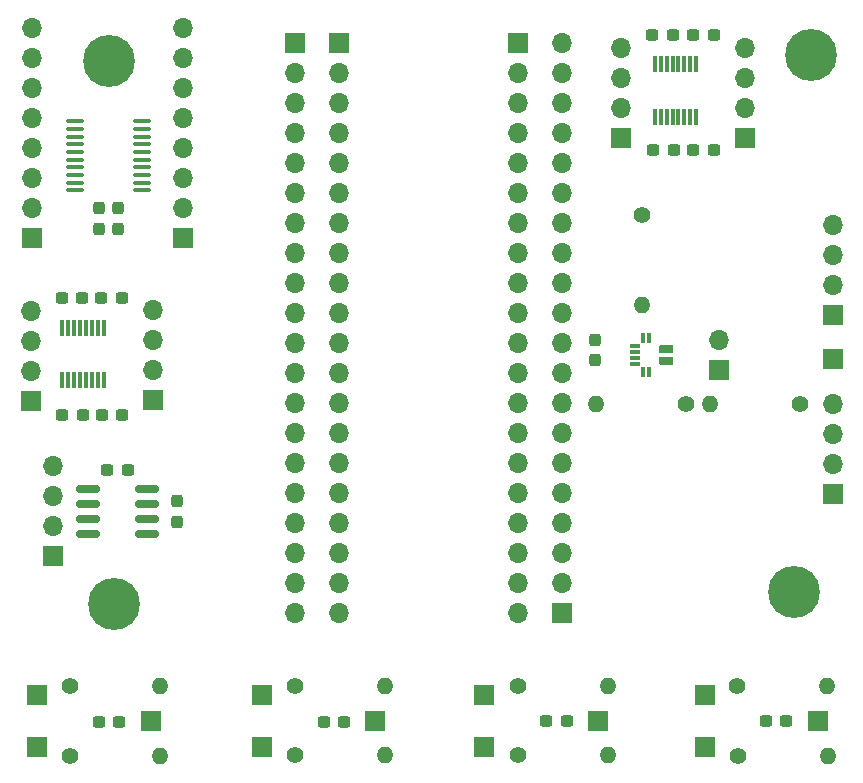
<source format=gbr>
%TF.GenerationSoftware,KiCad,Pcbnew,8.0.6*%
%TF.CreationDate,2024-12-18T15:27:08+01:00*%
%TF.ProjectId,RTR_submodule,5254525f-7375-4626-9d6f-64756c652e6b,rev?*%
%TF.SameCoordinates,Original*%
%TF.FileFunction,Soldermask,Top*%
%TF.FilePolarity,Negative*%
%FSLAX46Y46*%
G04 Gerber Fmt 4.6, Leading zero omitted, Abs format (unit mm)*
G04 Created by KiCad (PCBNEW 8.0.6) date 2024-12-18 15:27:08*
%MOMM*%
%LPD*%
G01*
G04 APERTURE LIST*
G04 Aperture macros list*
%AMRoundRect*
0 Rectangle with rounded corners*
0 $1 Rounding radius*
0 $2 $3 $4 $5 $6 $7 $8 $9 X,Y pos of 4 corners*
0 Add a 4 corners polygon primitive as box body*
4,1,4,$2,$3,$4,$5,$6,$7,$8,$9,$2,$3,0*
0 Add four circle primitives for the rounded corners*
1,1,$1+$1,$2,$3*
1,1,$1+$1,$4,$5*
1,1,$1+$1,$6,$7*
1,1,$1+$1,$8,$9*
0 Add four rect primitives between the rounded corners*
20,1,$1+$1,$2,$3,$4,$5,0*
20,1,$1+$1,$4,$5,$6,$7,0*
20,1,$1+$1,$6,$7,$8,$9,0*
20,1,$1+$1,$8,$9,$2,$3,0*%
%AMRotRect*
0 Rectangle, with rotation*
0 The origin of the aperture is its center*
0 $1 length*
0 $2 width*
0 $3 Rotation angle, in degrees counterclockwise*
0 Add horizontal line*
21,1,$1,$2,0,0,$3*%
G04 Aperture macros list end*
%ADD10C,4.400000*%
%ADD11RoundRect,0.237500X-0.237500X0.300000X-0.237500X-0.300000X0.237500X-0.300000X0.237500X0.300000X0*%
%ADD12RoundRect,0.237500X0.237500X-0.300000X0.237500X0.300000X-0.237500X0.300000X-0.237500X-0.300000X0*%
%ADD13R,0.300000X1.425000*%
%ADD14R,1.700000X1.700000*%
%ADD15O,1.700000X1.700000*%
%ADD16RoundRect,0.150000X0.825000X0.150000X-0.825000X0.150000X-0.825000X-0.150000X0.825000X-0.150000X0*%
%ADD17C,1.400000*%
%ADD18O,1.400000X1.400000*%
%ADD19RoundRect,0.237500X0.300000X0.237500X-0.300000X0.237500X-0.300000X-0.237500X0.300000X-0.237500X0*%
%ADD20R,1.070000X0.800000*%
%ADD21RotRect,0.282800X0.282800X225.000000*%
%ADD22R,0.200000X0.600000*%
%ADD23R,0.300000X0.850000*%
%ADD24R,0.850000X0.300000*%
%ADD25RoundRect,0.237500X-0.300000X-0.237500X0.300000X-0.237500X0.300000X0.237500X-0.300000X0.237500X0*%
%ADD26RoundRect,0.100000X0.637500X0.100000X-0.637500X0.100000X-0.637500X-0.100000X0.637500X-0.100000X0*%
G04 APERTURE END LIST*
D10*
%TO.C,H4*%
X111500000Y-67500000D03*
%TD*%
%TO.C,H3*%
X169500000Y-112500000D03*
%TD*%
%TO.C,H2*%
X171000000Y-67000000D03*
%TD*%
%TO.C,H1*%
X112000000Y-113500000D03*
%TD*%
D11*
%TO.C,M:C10*%
X110691250Y-79962500D03*
X110691250Y-81687500D03*
%TD*%
D12*
%TO.C,M:C12*%
X152700000Y-92825000D03*
X152700000Y-91100000D03*
%TD*%
D13*
%TO.C,U2*%
X107600000Y-94524000D03*
X108100000Y-94524000D03*
X108600000Y-94524000D03*
X109100000Y-94524000D03*
X109600000Y-94524000D03*
X110100000Y-94524000D03*
X110600000Y-94524000D03*
X111100000Y-94524000D03*
X111100000Y-90100000D03*
X110600000Y-90100000D03*
X110100000Y-90100000D03*
X109600000Y-90100000D03*
X109100000Y-90100000D03*
X108600000Y-90100000D03*
X108100000Y-90100000D03*
X107600000Y-90100000D03*
%TD*%
D14*
%TO.C,J7*%
X104991250Y-82525000D03*
D15*
X104991250Y-79985000D03*
X104991250Y-77445000D03*
X104991250Y-74905000D03*
X104991250Y-72365000D03*
X104991250Y-69825000D03*
X104991250Y-67285000D03*
X104991250Y-64745000D03*
%TD*%
D13*
%TO.C,U3*%
X157750000Y-72212000D03*
X158250000Y-72212000D03*
X158750000Y-72212000D03*
X159250000Y-72212000D03*
X159750000Y-72212000D03*
X160250000Y-72212000D03*
X160750000Y-72212000D03*
X161250000Y-72212000D03*
X161250000Y-67788000D03*
X160750000Y-67788000D03*
X160250000Y-67788000D03*
X159750000Y-67788000D03*
X159250000Y-67788000D03*
X158750000Y-67788000D03*
X158250000Y-67788000D03*
X157750000Y-67788000D03*
%TD*%
D14*
%TO.C,CANG_J3*%
X171562500Y-123400000D03*
%TD*%
D16*
%TO.C,SUB:U1*%
X114740000Y-107540000D03*
X114740000Y-106270000D03*
X114740000Y-105000000D03*
X114740000Y-103730000D03*
X109790000Y-103730000D03*
X109790000Y-105000000D03*
X109790000Y-106270000D03*
X109790000Y-107540000D03*
%TD*%
D14*
%TO.C,CANG_J1*%
X134100000Y-123400000D03*
%TD*%
D17*
%TO.C,Ter_R1*%
X127280000Y-120400000D03*
D18*
X134900000Y-120400000D03*
%TD*%
D17*
%TO.C,Ter_R6*%
X164752500Y-126350000D03*
D18*
X172372500Y-126350000D03*
%TD*%
D14*
%TO.C,SUB:J3*%
X104900000Y-96300000D03*
D15*
X104900000Y-93760000D03*
X104900000Y-91220000D03*
X104900000Y-88680000D03*
%TD*%
D14*
%TO.C,SUB:J2*%
X172800000Y-104140000D03*
D15*
X172800000Y-101600000D03*
X172800000Y-99060000D03*
X172800000Y-96520000D03*
%TD*%
D17*
%TO.C,Ter_R3*%
X146155000Y-120400000D03*
D18*
X153775000Y-120400000D03*
%TD*%
D14*
%TO.C,J8*%
X149900000Y-114260000D03*
D15*
X149900000Y-111720000D03*
X149900000Y-109180000D03*
X149900000Y-106640000D03*
X149900000Y-104100000D03*
X149900000Y-101560000D03*
X149900000Y-99020000D03*
X149900000Y-96480000D03*
X149900000Y-93940000D03*
X149900000Y-91400000D03*
X149900000Y-88860000D03*
X149900000Y-86320000D03*
X149900000Y-83780000D03*
X149900000Y-81240000D03*
X149900000Y-78700000D03*
X149900000Y-76160000D03*
X149900000Y-73620000D03*
X149900000Y-71080000D03*
X149900000Y-68540000D03*
X149900000Y-66000000D03*
%TD*%
D19*
%TO.C,C1*%
X113127500Y-102135000D03*
X111402500Y-102135000D03*
%TD*%
D17*
%TO.C,Ter_R8*%
X108255000Y-126350000D03*
D18*
X115875000Y-126350000D03*
%TD*%
D20*
%TO.C,U1*%
X158820000Y-92900000D03*
D21*
X158285000Y-93100000D03*
D22*
X158185000Y-92800000D03*
D20*
X158820000Y-91900000D03*
D21*
X158285000Y-91700000D03*
D22*
X158185000Y-92000000D03*
D23*
X157270000Y-90950000D03*
X156770000Y-90950000D03*
D24*
X156070000Y-91650000D03*
X156070000Y-92150000D03*
X156070000Y-92650000D03*
X156070000Y-93150000D03*
D23*
X156770000Y-93850000D03*
X157270000Y-93850000D03*
%TD*%
D14*
%TO.C,CANH_J2*%
X143275000Y-121200000D03*
%TD*%
D17*
%TO.C,SUB:R2*%
X160410000Y-96500000D03*
D18*
X152790000Y-96500000D03*
%TD*%
D25*
%TO.C,M:C7*%
X157637500Y-75000000D03*
X159362500Y-75000000D03*
%TD*%
D17*
%TO.C,Ter_R5*%
X164742500Y-120400000D03*
D18*
X172362500Y-120400000D03*
%TD*%
D14*
%TO.C,J9*%
X127300000Y-66000000D03*
D15*
X127300000Y-68540000D03*
X127300000Y-71080000D03*
X127300000Y-73620000D03*
X127300000Y-76160000D03*
X127300000Y-78700000D03*
X127300000Y-81240000D03*
X127300000Y-83780000D03*
X127300000Y-86320000D03*
X127300000Y-88860000D03*
X127300000Y-91400000D03*
X127300000Y-93940000D03*
X127300000Y-96480000D03*
X127300000Y-99020000D03*
X127300000Y-101560000D03*
X127300000Y-104100000D03*
X127300000Y-106640000D03*
X127300000Y-109180000D03*
X127300000Y-111720000D03*
X127300000Y-114260000D03*
%TD*%
D17*
%TO.C,Ter_R7*%
X108255000Y-120400000D03*
D18*
X115875000Y-120400000D03*
%TD*%
D14*
%TO.C,SUB:J5*%
X154900000Y-74000000D03*
D15*
X154900000Y-71460000D03*
X154900000Y-68920000D03*
X154900000Y-66380000D03*
%TD*%
D14*
%TO.C,J2*%
X172800000Y-92700000D03*
%TD*%
D25*
%TO.C,M:C6*%
X161000000Y-65300000D03*
X162725000Y-65300000D03*
%TD*%
%TO.C,C3*%
X129737500Y-123500000D03*
X131462500Y-123500000D03*
%TD*%
D17*
%TO.C,SUB:R3*%
X156700000Y-80580000D03*
D18*
X156700000Y-88200000D03*
%TD*%
D14*
%TO.C,CANL_J1*%
X124500000Y-125600000D03*
%TD*%
D25*
%TO.C,M:C1*%
X110937500Y-97500000D03*
X112662500Y-97500000D03*
%TD*%
D17*
%TO.C,SUB:R1*%
X170020000Y-96500000D03*
D18*
X162400000Y-96500000D03*
%TD*%
D19*
%TO.C,M:C8*%
X162725000Y-75000000D03*
X161000000Y-75000000D03*
%TD*%
D26*
%TO.C,SUB:U2*%
X114353750Y-78450000D03*
X114353750Y-77800000D03*
X114353750Y-77150000D03*
X114353750Y-76500000D03*
X114353750Y-75850000D03*
X114353750Y-75200000D03*
X114353750Y-74550000D03*
X114353750Y-73900000D03*
X114353750Y-73250000D03*
X114353750Y-72600000D03*
X108628750Y-72600000D03*
X108628750Y-73250000D03*
X108628750Y-73900000D03*
X108628750Y-74550000D03*
X108628750Y-75200000D03*
X108628750Y-75850000D03*
X108628750Y-76500000D03*
X108628750Y-77150000D03*
X108628750Y-77800000D03*
X108628750Y-78450000D03*
%TD*%
D19*
%TO.C,M:C5*%
X159250000Y-65300000D03*
X157525000Y-65300000D03*
%TD*%
D14*
%TO.C,CANH_J1*%
X124500000Y-121200000D03*
%TD*%
%TO.C,CANG_J2*%
X152975000Y-123400000D03*
%TD*%
D17*
%TO.C,Ter_R4*%
X146155000Y-126300000D03*
D18*
X153775000Y-126300000D03*
%TD*%
D12*
%TO.C,C2*%
X117265000Y-106497500D03*
X117265000Y-104772500D03*
%TD*%
D17*
%TO.C,Ter_R2*%
X127280000Y-126300000D03*
D18*
X134900000Y-126300000D03*
%TD*%
D14*
%TO.C,CANL_J3*%
X161962500Y-125600000D03*
%TD*%
%TO.C,J1*%
X163200000Y-93640000D03*
D15*
X163200000Y-91100000D03*
%TD*%
D14*
%TO.C,CANH_J3*%
X161962500Y-121200000D03*
%TD*%
D25*
%TO.C,C6*%
X110675000Y-123500000D03*
X112400000Y-123500000D03*
%TD*%
%TO.C,M:C4*%
X110900000Y-87600000D03*
X112625000Y-87600000D03*
%TD*%
%TO.C,C4*%
X148550000Y-123400000D03*
X150275000Y-123400000D03*
%TD*%
D11*
%TO.C,M:C9*%
X112301250Y-79962500D03*
X112301250Y-81687500D03*
%TD*%
D14*
%TO.C,J3*%
X131000000Y-66000000D03*
D15*
X131000000Y-68540000D03*
X131000000Y-71080000D03*
X131000000Y-73620000D03*
X131000000Y-76160000D03*
X131000000Y-78700000D03*
X131000000Y-81240000D03*
X131000000Y-83780000D03*
X131000000Y-86320000D03*
X131000000Y-88860000D03*
X131000000Y-91400000D03*
X131000000Y-93940000D03*
X131000000Y-96480000D03*
X131000000Y-99020000D03*
X131000000Y-101560000D03*
X131000000Y-104100000D03*
X131000000Y-106640000D03*
X131000000Y-109180000D03*
X131000000Y-111720000D03*
X131000000Y-114260000D03*
%TD*%
D25*
%TO.C,C5*%
X167137500Y-123400000D03*
X168862500Y-123400000D03*
%TD*%
%TO.C,M:C2*%
X107575000Y-97500000D03*
X109300000Y-97500000D03*
%TD*%
D14*
%TO.C,J5*%
X117791250Y-82525000D03*
D15*
X117791250Y-79985000D03*
X117791250Y-77445000D03*
X117791250Y-74905000D03*
X117791250Y-72365000D03*
X117791250Y-69825000D03*
X117791250Y-67285000D03*
X117791250Y-64745000D03*
%TD*%
D14*
%TO.C,SUB:J1*%
X172800000Y-89000000D03*
D15*
X172800000Y-86460000D03*
X172800000Y-83920000D03*
X172800000Y-81380000D03*
%TD*%
D19*
%TO.C,M:C3*%
X109262500Y-87600000D03*
X107537500Y-87600000D03*
%TD*%
D14*
%TO.C,SUB:J7*%
X106765000Y-109435000D03*
D15*
X106765000Y-106895000D03*
X106765000Y-104355000D03*
X106765000Y-101815000D03*
%TD*%
D14*
%TO.C,SUB:J4*%
X115300000Y-96240000D03*
D15*
X115300000Y-93700000D03*
X115300000Y-91160000D03*
X115300000Y-88620000D03*
%TD*%
D14*
%TO.C,CANL_J4*%
X105475000Y-125600000D03*
%TD*%
%TO.C,J4*%
X146200000Y-66000000D03*
D15*
X146200000Y-68540000D03*
X146200000Y-71080000D03*
X146200000Y-73620000D03*
X146200000Y-76160000D03*
X146200000Y-78700000D03*
X146200000Y-81240000D03*
X146200000Y-83780000D03*
X146200000Y-86320000D03*
X146200000Y-88860000D03*
X146200000Y-91400000D03*
X146200000Y-93940000D03*
X146200000Y-96480000D03*
X146200000Y-99020000D03*
X146200000Y-101560000D03*
X146200000Y-104100000D03*
X146200000Y-106640000D03*
X146200000Y-109180000D03*
X146200000Y-111720000D03*
X146200000Y-114260000D03*
%TD*%
D14*
%TO.C,CANG_J4*%
X115075000Y-123400000D03*
%TD*%
%TO.C,CANH_J4*%
X105475000Y-121200000D03*
%TD*%
%TO.C,CANL_J2*%
X143275000Y-125600000D03*
%TD*%
%TO.C,SUB:J6*%
X165400000Y-74000000D03*
D15*
X165400000Y-71460000D03*
X165400000Y-68920000D03*
X165400000Y-66380000D03*
%TD*%
M02*

</source>
